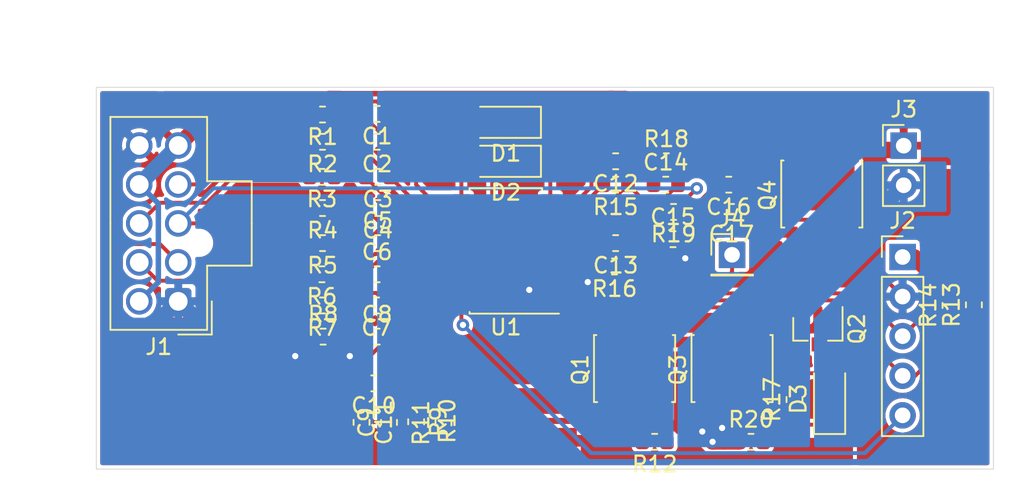
<source format=kicad_pcb>
(kicad_pcb (version 20190331) (host pcbnew "5.1.0-unknown-ca7aec2~82~ubuntu18.04.1")
  (layers (0 "F.Cu" signal) (31 "B.Cu" signal) (34 "B.Paste" user) (35 "F.Paste" user) (36 "B.SilkS" user) (37 "F.SilkS" user) (38 "B.Mask" user) (39 "F.Mask" user) (44 "Edge.Cuts" user))
  (net 0 "")
  (net 1 "Net-(C1-Pad2)")
  (net 2 "Net-(C1-Pad1)")
  (net 3 "Net-(C2-Pad2)")
  (net 4 "Net-(C3-Pad2)")
  (net 5 "Net-(C4-Pad2)")
  (net 6 "Net-(C5-Pad2)")
  (net 7 "/VC5")
  (net 8 "Net-(C6-Pad2)")
  (net 9 "/Batt_GND")
  (net 10 "Net-(C8-Pad2)")
  (net 11 "Net-(C10-Pad1)")
  (net 12 "Net-(C10-Pad2)")
  (net 13 "Net-(C12-Pad2)")
  (net 14 "/VC5x")
  (net 15 "Net-(C13-Pad2)")
  (net 16 "/low_GND")
  (net 17 "/Top_Batt")
  (net 18 "/REGSRC")
  (net 19 "/REGOUT")
  (net 20 "Net-(D3-Pad2)")
  (net 21 "Net-(D3-Pad1)")
  (net 22 "/P4")
  (net 23 "/P2")
  (net 24 "/P5")
  (net 25 "/P1")
  (net 26 "/alert")
  (net 27 "/batt_monitor_SCL")
  (net 28 "/batt_monitor_SDA")
  (net 29 "/external_3v3")
  (net 30 "/Pack-")
  (net 31 "Net-(Q1-Pad4)")
  (net 32 "Net-(Q1-Pad5)")
  (net 33 "Net-(Q1-Pad1)")
  (net 34 "Net-(Q2-Pad2)")
  (net 35 "Net-(R15-Pad2)")
  (net 36 "Net-(R16-Pad2)")
  (net 37 "/Pack+")
  (net 38 "/A")
  (module "batteryMonitor:LONG_2512" (layer "F.Cu") (at 117.75 91.65828 270)
    (fp_text reference "R10" (at 0 5 90) (layer "F.SilkS"))
    (fp_text value "0.009")
    (pad "2" smd rect (at -1.275 0.1 270) (size 1.65 6.6) (layers "F.Cu" "F.Paste" "F.Mask") (net 33 "Net-(Q1-Pad1)"))
    (pad "1" smd rect (at 1.275 0 270) (size 1.65 6.6) (layers "F.Cu" "F.Paste" "F.Mask") (net 9 "/Batt_GND"))
  )
  (module "Package_SO:TSSOP-30_4.4x7.8mm_P0.5mm" (layer "F.Cu") (at 116.5 80.75 180)
    (fp_text reference "U1" (at 0 -4.9) (layer "F.SilkS"))
    (fp_text value "BQ76930")
    (pad "30" smd rect (at 2.85 -3.5 180) (size 1.1 0.285) (layers "F.Cu" "F.Paste" "F.Mask") (net 26 "/alert"))
    (pad "29" smd rect (at 2.85 -3 180) (size 1.1 0.285) (layers "F.Cu" "F.Paste" "F.Mask") (net 12 "Net-(C10-Pad2)"))
    (pad "28" smd rect (at 2.85 -2.5 180) (size 1.1 0.285) (layers "F.Cu" "F.Paste" "F.Mask") (net 11 "Net-(C10-Pad1)"))
    (pad "27" smd rect (at 2.85 -2 180) (size 1.1 0.285) (layers "F.Cu" "F.Paste" "F.Mask") (net 10 "Net-(C8-Pad2)"))
    (pad "26" smd rect (at 2.85 -1.5 180) (size 1.1 0.285) (layers "F.Cu" "F.Paste" "F.Mask") (net 8 "Net-(C6-Pad2)"))
    (pad "25" smd rect (at 2.85 -1 180) (size 1.1 0.285) (layers "F.Cu" "F.Paste" "F.Mask") (net 6 "Net-(C5-Pad2)"))
    (pad "24" smd rect (at 2.85 -0.5 180) (size 1.1 0.285) (layers "F.Cu" "F.Paste" "F.Mask") (net 6 "Net-(C5-Pad2)"))
    (pad "23" smd rect (at 2.85 0 180) (size 1.1 0.285) (layers "F.Cu" "F.Paste" "F.Mask") (net 6 "Net-(C5-Pad2)"))
    (pad "22" smd rect (at 2.85 0.5 180) (size 1.1 0.285) (layers "F.Cu" "F.Paste" "F.Mask") (net 7 "/VC5"))
    (pad "21" smd rect (at 2.85 1 180) (size 1.1 0.285) (layers "F.Cu" "F.Paste" "F.Mask") (net 5 "Net-(C4-Pad2)"))
    (pad "20" smd rect (at 2.85 1.5 180) (size 1.1 0.285) (layers "F.Cu" "F.Paste" "F.Mask") (net 4 "Net-(C3-Pad2)"))
    (pad "19" smd rect (at 2.85 2 180) (size 1.1 0.285) (layers "F.Cu" "F.Paste" "F.Mask") (net 3 "Net-(C2-Pad2)"))
    (pad "18" smd rect (at 2.85 2.5 180) (size 1.1 0.285) (layers "F.Cu" "F.Paste" "F.Mask") (net 3 "Net-(C2-Pad2)"))
    (pad "17" smd rect (at 2.85 3 180) (size 1.1 0.285) (layers "F.Cu" "F.Paste" "F.Mask") (net 3 "Net-(C2-Pad2)"))
    (pad "16" smd rect (at 2.85 3.5 180) (size 1.1 0.285) (layers "F.Cu" "F.Paste" "F.Mask") (net 2 "Net-(C1-Pad1)"))
    (pad "15" smd rect (at -2.85 3.5 180) (size 1.1 0.285) (layers "F.Cu" "F.Paste" "F.Mask") (net 17 "/Top_Batt"))
    (pad "14" smd rect (at -2.85 3 180) (size 1.1 0.285) (layers "F.Cu" "F.Paste" "F.Mask") (net 13 "Net-(C12-Pad2)"))
    (pad "13" smd rect (at -2.85 2.5 180) (size 1.1 0.285) (layers "F.Cu" "F.Paste" "F.Mask") (net 35 "Net-(R15-Pad2)"))
    (pad "12" smd rect (at -2.85 2 180) (size 1.1 0.285) (layers "F.Cu" "F.Paste" "F.Mask") (net 13 "Net-(C12-Pad2)"))
    (pad "11" smd rect (at -2.85 1.5 180) (size 1.1 0.285) (layers "F.Cu" "F.Paste" "F.Mask") (net 13 "Net-(C12-Pad2)"))
    (pad "10" smd rect (at -2.85 1 180) (size 1.1 0.285) (layers "F.Cu" "F.Paste" "F.Mask") (net 14 "/VC5x"))
    (pad "9" smd rect (at -2.85 0.5 180) (size 1.1 0.285) (layers "F.Cu" "F.Paste" "F.Mask") (net 18 "/REGSRC"))
    (pad "8" smd rect (at -2.85 0 180) (size 1.1 0.285) (layers "F.Cu" "F.Paste" "F.Mask") (net 19 "/REGOUT"))
    (pad "7" smd rect (at -2.85 -0.5 180) (size 1.1 0.285) (layers "F.Cu" "F.Paste" "F.Mask") (net 15 "Net-(C13-Pad2)"))
    (pad "6" smd rect (at -2.85 -1 180) (size 1.1 0.285) (layers "F.Cu" "F.Paste" "F.Mask") (net 36 "Net-(R16-Pad2)"))
    (pad "5" smd rect (at -2.85 -1.5 180) (size 1.1 0.285) (layers "F.Cu" "F.Paste" "F.Mask") (net 27 "/batt_monitor_SCL"))
    (pad "4" smd rect (at -2.85 -2 180) (size 1.1 0.285) (layers "F.Cu" "F.Paste" "F.Mask") (net 28 "/batt_monitor_SDA"))
    (pad "3" smd rect (at -2.85 -2.5 180) (size 1.1 0.285) (layers "F.Cu" "F.Paste" "F.Mask") (net 16 "/low_GND"))
    (pad "2" smd rect (at -2.85 -3 180) (size 1.1 0.285) (layers "F.Cu" "F.Paste" "F.Mask") (net 34 "Net-(Q2-Pad2)"))
    (pad "1" smd rect (at -2.85 -3.5 180) (size 1.1 0.285) (layers "F.Cu" "F.Paste" "F.Mask") (net 31 "Net-(Q1-Pad4)"))
  )
  (module "Resistor_SMD:R_0603_1608Metric" (layer "F.Cu") (at 132.2125 93)
    (fp_text reference "R20" (at 0 -1.43) (layer "F.SilkS"))
    (fp_text value "1M")
    (pad "2" smd roundrect (at 0.7875 0) (size 0.875 0.95) (layers "F.Cu" "F.Paste" "F.Mask") (net 21 "Net-(D3-Pad1)"))
    (pad "1" smd roundrect (at -0.7875 0) (size 0.875 0.95) (layers "F.Cu" "F.Paste" "F.Mask") (net 30 "/Pack-"))
  )
  (module "Resistor_SMD:R_0603_1608Metric" (layer "F.Cu") (at 127.25 78.25 180)
    (fp_text reference "R19" (at 0 -1.43) (layer "F.SilkS"))
    (fp_text value "100")
    (pad "2" smd roundrect (at 0.7875 0 180) (size 0.875 0.95) (layers "F.Cu" "F.Paste" "F.Mask") (net 14 "/VC5x"))
    (pad "1" smd roundrect (at -0.7875 0 180) (size 0.875 0.95) (layers "F.Cu" "F.Paste" "F.Mask") (net 38 "/A"))
  )
  (module "Resistor_SMD:R_0603_1608Metric" (layer "F.Cu") (at 126.7875 75)
    (fp_text reference "R18" (at 0 -1.43) (layer "F.SilkS"))
    (fp_text value "100")
    (pad "2" smd roundrect (at 0.7875 0) (size 0.875 0.95) (layers "F.Cu" "F.Paste" "F.Mask") (net 37 "/Pack+"))
    (pad "1" smd roundrect (at -0.7875 0) (size 0.875 0.95) (layers "F.Cu" "F.Paste" "F.Mask") (net 17 "/Top_Batt"))
  )
  (module "Resistor_SMD:R_0603_1608Metric" (layer "F.Cu") (at 135 90.2875 90)
    (fp_text reference "R17" (at 0 -1.43 90) (layer "F.SilkS"))
    (fp_text value "1M")
    (pad "2" smd roundrect (at 0.7875 0 90) (size 0.875 0.95) (layers "F.Cu" "F.Paste" "F.Mask") (net 20 "Net-(D3-Pad2)"))
    (pad "1" smd roundrect (at -0.7875 0 90) (size 0.875 0.95) (layers "F.Cu" "F.Paste" "F.Mask") (net 21 "Net-(D3-Pad1)"))
  )
  (module "Resistor_SMD:R_0603_1608Metric" (layer "F.Cu") (at 123.4625 81.75 180)
    (fp_text reference "R16" (at 0 -1.43) (layer "F.SilkS"))
    (fp_text value "10k")
    (pad "2" smd roundrect (at 0.7875 0 180) (size 0.875 0.95) (layers "F.Cu" "F.Paste" "F.Mask") (net 36 "Net-(R16-Pad2)"))
    (pad "1" smd roundrect (at -0.7875 0 180) (size 0.875 0.95) (layers "F.Cu" "F.Paste" "F.Mask") (net 16 "/low_GND"))
  )
  (module "Resistor_SMD:R_0603_1608Metric" (layer "F.Cu") (at 123.5375 76.5 180)
    (fp_text reference "R15" (at 0 -1.43) (layer "F.SilkS"))
    (fp_text value "10k")
    (pad "2" smd roundrect (at 0.7875 0 180) (size 0.875 0.95) (layers "F.Cu" "F.Paste" "F.Mask") (net 35 "Net-(R15-Pad2)"))
    (pad "1" smd roundrect (at -0.7875 0 180) (size 0.875 0.95) (layers "F.Cu" "F.Paste" "F.Mask") (net 14 "/VC5x"))
  )
  (module "Resistor_SMD:R_0603_1608Metric" (layer "F.Cu") (at 145 84.25 90)
    (fp_text reference "R14" (at 0 -1.43 90) (layer "F.SilkS"))
    (fp_text value "1k")
    (pad "1" smd roundrect (at -0.7875 0 90) (size 0.875 0.95) (layers "F.Cu" "F.Paste" "F.Mask") (net 27 "/batt_monitor_SCL"))
    (pad "2" smd roundrect (at 0.7875 0 90) (size 0.875 0.95) (layers "F.Cu" "F.Paste" "F.Mask") (net 29 "/external_3v3"))
  )
  (module "Resistor_SMD:R_0603_1608Metric" (layer "F.Cu") (at 146.5 84.2125 90)
    (fp_text reference "R13" (at 0 -1.43 90) (layer "F.SilkS"))
    (fp_text value "1k")
    (pad "1" smd roundrect (at -0.7875 0 90) (size 0.875 0.95) (layers "F.Cu" "F.Paste" "F.Mask") (net 28 "/batt_monitor_SDA"))
    (pad "2" smd roundrect (at 0.7875 0 90) (size 0.875 0.95) (layers "F.Cu" "F.Paste" "F.Mask") (net 29 "/external_3v3"))
  )
  (module "Resistor_SMD:R_0603_1608Metric" (layer "F.Cu") (at 126.0375 93 180)
    (fp_text reference "R12" (at 0 -1.43) (layer "F.SilkS"))
    (fp_text value "1M")
    (pad "2" smd roundrect (at 0.7875 0 180) (size 0.875 0.95) (layers "F.Cu" "F.Paste" "F.Mask") (net 33 "Net-(Q1-Pad1)"))
    (pad "1" smd roundrect (at -0.7875 0 180) (size 0.875 0.95) (layers "F.Cu" "F.Paste" "F.Mask") (net 31 "Net-(Q1-Pad4)"))
  )
  (module "Resistor_SMD:R_0603_1608Metric" (layer "F.Cu") (at 112.5 91.7875 90)
    (fp_text reference "R11" (at 0 -1.43 90) (layer "F.SilkS"))
    (fp_text value "100")
    (pad "2" smd roundrect (at 0.7875 0 90) (size 0.875 0.95) (layers "F.Cu" "F.Paste" "F.Mask") (net 33 "Net-(Q1-Pad1)"))
    (pad "1" smd roundrect (at -0.7875 0 90) (size 0.875 0.95) (layers "F.Cu" "F.Paste" "F.Mask") (net 12 "Net-(C10-Pad2)"))
  )
  (module "Resistor_SMD:R_0603_1608Metric" (layer "F.Cu") (at 110.75 91.7125 270)
    (fp_text reference "R9" (at 0 -1.43 90) (layer "F.SilkS"))
    (fp_text value "100")
    (pad "2" smd roundrect (at 0.7875 0 270) (size 0.875 0.95) (layers "F.Cu" "F.Paste" "F.Mask") (net 9 "/Batt_GND"))
    (pad "1" smd roundrect (at -0.7875 0 270) (size 0.875 0.95) (layers "F.Cu" "F.Paste" "F.Mask") (net 11 "Net-(C10-Pad1)"))
  )
  (module "Resistor_SMD:R_0603_1608Metric" (layer "F.Cu") (at 104.7875 86.25)
    (fp_text reference "R8" (at 0 -1.43) (layer "F.SilkS"))
    (fp_text value "1k")
    (pad "1" smd roundrect (at -0.7875 0) (size 0.875 0.95) (layers "F.Cu" "F.Paste" "F.Mask") (net 10 "Net-(C8-Pad2)"))
    (pad "2" smd roundrect (at 0.7875 0) (size 0.875 0.95) (layers "F.Cu" "F.Paste" "F.Mask") (net 9 "/Batt_GND"))
  )
  (module "Resistor_SMD:R_0603_1608Metric" (layer "F.Cu") (at 104.75 84.25 180)
    (fp_text reference "R7" (at 0 -1.43) (layer "F.SilkS"))
    (fp_text value "1k")
    (pad "1" smd roundrect (at -0.7875 0 180) (size 0.875 0.95) (layers "F.Cu" "F.Paste" "F.Mask") (net 8 "Net-(C6-Pad2)"))
    (pad "2" smd roundrect (at 0.7875 0 180) (size 0.875 0.95) (layers "F.Cu" "F.Paste" "F.Mask") (net 25 "/P1"))
  )
  (module "Resistor_SMD:R_0603_1608Metric" (layer "F.Cu") (at 104.7125 82.25 180)
    (fp_text reference "R6" (at 0 -1.43) (layer "F.SilkS"))
    (fp_text value "1k")
    (pad "1" smd roundrect (at -0.7875 0 180) (size 0.875 0.95) (layers "F.Cu" "F.Paste" "F.Mask") (net 6 "Net-(C5-Pad2)"))
    (pad "2" smd roundrect (at 0.7875 0 180) (size 0.875 0.95) (layers "F.Cu" "F.Paste" "F.Mask") (net 23 "/P2"))
  )
  (module "Resistor_SMD:R_0603_1608Metric" (layer "F.Cu") (at 104.75 80.25 180)
    (fp_text reference "R5" (at 0 -1.43) (layer "F.SilkS"))
    (fp_text value "1k")
    (pad "1" smd roundrect (at -0.7875 0 180) (size 0.875 0.95) (layers "F.Cu" "F.Paste" "F.Mask") (net 7 "/VC5"))
    (pad "2" smd roundrect (at 0.7875 0 180) (size 0.875 0.95) (layers "F.Cu" "F.Paste" "F.Mask") (net 38 "/A"))
  )
  (module "Resistor_SMD:R_0603_1608Metric" (layer "F.Cu") (at 104.75 78 180)
    (fp_text reference "R4" (at 0 -1.43) (layer "F.SilkS"))
    (fp_text value "1k")
    (pad "1" smd roundrect (at -0.7875 0 180) (size 0.875 0.95) (layers "F.Cu" "F.Paste" "F.Mask") (net 5 "Net-(C4-Pad2)"))
    (pad "2" smd roundrect (at 0.7875 0 180) (size 0.875 0.95) (layers "F.Cu" "F.Paste" "F.Mask") (net 38 "/A"))
  )
  (module "Resistor_SMD:R_0603_1608Metric" (layer "F.Cu") (at 104.7125 76 180)
    (fp_text reference "R3" (at 0 -1.43) (layer "F.SilkS"))
    (fp_text value "1k")
    (pad "1" smd roundrect (at -0.7875 0 180) (size 0.875 0.95) (layers "F.Cu" "F.Paste" "F.Mask") (net 4 "Net-(C3-Pad2)"))
    (pad "2" smd roundrect (at 0.7875 0 180) (size 0.875 0.95) (layers "F.Cu" "F.Paste" "F.Mask") (net 22 "/P4"))
  )
  (module "Resistor_SMD:R_0603_1608Metric" (layer "F.Cu") (at 104.75 73.75 180)
    (fp_text reference "R2" (at 0 -1.43) (layer "F.SilkS"))
    (fp_text value "1k")
    (pad "1" smd roundrect (at -0.7875 0 180) (size 0.875 0.95) (layers "F.Cu" "F.Paste" "F.Mask") (net 3 "Net-(C2-Pad2)"))
    (pad "2" smd roundrect (at 0.7875 0 180) (size 0.875 0.95) (layers "F.Cu" "F.Paste" "F.Mask") (net 24 "/P5"))
  )
  (module "Resistor_SMD:R_0603_1608Metric" (layer "F.Cu") (at 104.75 72 180)
    (fp_text reference "R1" (at 0 -1.43) (layer "F.SilkS"))
    (fp_text value "1k")
    (pad "1" smd roundrect (at -0.7875 0 180) (size 0.875 0.95) (layers "F.Cu" "F.Paste" "F.Mask") (net 2 "Net-(C1-Pad1)"))
    (pad "2" smd roundrect (at 0.7875 0 180) (size 0.875 0.95) (layers "F.Cu" "F.Paste" "F.Mask") (net 37 "/Pack+"))
  )
  (module "Package_TO_SOT_SMD:LFPAK56" (layer "F.Cu") (at 136.75 76.935 90)
    (fp_text reference "Q4" (at -0.245 -3.48 90) (layer "F.SilkS"))
    (fp_text value "PSMN5R8-40YS")
    (pad "4" smd rect (at -2.835 1.91) (size 0.7 1.15) (layers "F.Cu" "F.Paste" "F.Mask") (net 14 "/VC5x"))
    (pad "5" smd rect (at 0.435 0) (size 4.2 3.3) (layers "F.Cu" "F.Mask") (net 37 "/Pack+"))
    (pad "5" smd rect (at 2.635 0) (size 4.7 1.55) (layers "F.Cu" "F.Mask") (net 37 "/Pack+"))
    (pad "3" smd rect (at -2.835 0.64) (size 0.7 1.15) (layers "F.Cu" "F.Paste" "F.Mask") (net 18 "/REGSRC"))
    (pad "1" smd rect (at -2.835 -1.91) (size 0.7 1.15) (layers "F.Cu" "F.Paste" "F.Mask") (net 18 "/REGSRC"))
    (pad "2" smd rect (at -2.835 -0.64) (size 0.7 1.15) (layers "F.Cu" "F.Paste" "F.Mask") (net 18 "/REGSRC"))
  )
  (module "Package_TO_SOT_SMD:LFPAK56" (layer "F.Cu") (at 131 88.135 90)
    (fp_text reference "Q3" (at -0.245 -3.48 90) (layer "F.SilkS"))
    (fp_text value "PSMN5R8-40YS")
    (pad "4" smd rect (at -2.835 1.91) (size 0.7 1.15) (layers "F.Cu" "F.Paste" "F.Mask") (net 21 "Net-(D3-Pad1)"))
    (pad "5" smd rect (at 0.435 0) (size 4.2 3.3) (layers "F.Cu" "F.Mask") (net 32 "Net-(Q1-Pad5)"))
    (pad "5" smd rect (at 2.635 0) (size 4.7 1.55) (layers "F.Cu" "F.Mask") (net 32 "Net-(Q1-Pad5)"))
    (pad "3" smd rect (at -2.835 0.64) (size 0.7 1.15) (layers "F.Cu" "F.Paste" "F.Mask") (net 30 "/Pack-"))
    (pad "1" smd rect (at -2.835 -1.91) (size 0.7 1.15) (layers "F.Cu" "F.Paste" "F.Mask") (net 30 "/Pack-"))
    (pad "2" smd rect (at -2.835 -0.64) (size 0.7 1.15) (layers "F.Cu" "F.Paste" "F.Mask") (net 30 "/Pack-"))
  )
  (module "Package_TO_SOT_SMD:SOT-23" (layer "F.Cu") (at 136.5 85.75 270)
    (fp_text reference "Q2" (at 0 -2.5 90) (layer "F.SilkS"))
    (fp_text value "IRLML6402")
    (pad "3" smd rect (at 1 0 270) (size 0.9 0.8) (layers "F.Cu" "F.Paste" "F.Mask") (net 20 "Net-(D3-Pad2)"))
    (pad "2" smd rect (at -1 0.95 270) (size 0.9 0.8) (layers "F.Cu" "F.Paste" "F.Mask") (net 34 "Net-(Q2-Pad2)"))
    (pad "1" smd rect (at -1 -0.95 270) (size 0.9 0.8) (layers "F.Cu" "F.Paste" "F.Mask") (net 9 "/Batt_GND"))
  )
  (module "Package_TO_SOT_SMD:LFPAK56" (layer "F.Cu") (at 124.75 88.135 90)
    (fp_text reference "Q1" (at -0.245 -3.48 90) (layer "F.SilkS"))
    (fp_text value "PSMN5R8-40YS")
    (pad "4" smd rect (at -2.835 1.91) (size 0.7 1.15) (layers "F.Cu" "F.Paste" "F.Mask") (net 31 "Net-(Q1-Pad4)"))
    (pad "5" smd rect (at 0.435 0) (size 4.2 3.3) (layers "F.Cu" "F.Mask") (net 32 "Net-(Q1-Pad5)"))
    (pad "5" smd rect (at 2.635 0) (size 4.7 1.55) (layers "F.Cu" "F.Mask") (net 32 "Net-(Q1-Pad5)"))
    (pad "3" smd rect (at -2.835 0.64) (size 0.7 1.15) (layers "F.Cu" "F.Paste" "F.Mask") (net 33 "Net-(Q1-Pad1)"))
    (pad "1" smd rect (at -2.835 -1.91) (size 0.7 1.15) (layers "F.Cu" "F.Paste" "F.Mask") (net 33 "Net-(Q1-Pad1)"))
    (pad "2" smd rect (at -2.835 -0.64) (size 0.7 1.15) (layers "F.Cu" "F.Paste" "F.Mask") (net 33 "Net-(Q1-Pad1)"))
  )
  (module "Connector_PinHeader_2.54mm:PinHeader_1x01_P2.54mm_Vertical" (layer "F.Cu") (at 131 81)
    (fp_text reference "J4" (at 0 -2.33) (layer "F.SilkS"))
    (fp_text value "Conn_01x01_Female")
    (pad "1" thru_hole rect (at 0 0) (size 1.7 1.7) (drill 1) (layers *.Cu *.Mask) (net 19 "/REGOUT"))
  )
  (module "Connector_PinHeader_2.54mm:PinHeader_1x02_P2.54mm_Vertical" (layer "F.Cu") (at 142 74)
    (fp_text reference "J3" (at 0 -2.33) (layer "F.SilkS"))
    (fp_text value "Conn_01x02_Female")
    (pad "1" thru_hole rect (at 0 0) (size 1.7 1.7) (drill 1) (layers *.Cu *.Mask) (net 37 "/Pack+"))
    (pad "2" thru_hole oval (at 0 2.54) (size 1.7 1.7) (drill 1) (layers *.Cu *.Mask) (net 30 "/Pack-"))
  )
  (module "Connector_PinHeader_2.54mm:PinHeader_1x05_P2.54mm_Vertical" (layer "F.Cu") (at 141.93108 81.14188)
    (fp_text reference "J2" (at 0 -2.33) (layer "F.SilkS"))
    (fp_text value "Conn_01x05_Male")
    (pad "1" thru_hole rect (at 0 0) (size 1.7 1.7) (drill 1) (layers *.Cu *.Mask) (net 29 "/external_3v3"))
    (pad "2" thru_hole oval (at 0 2.54) (size 1.7 1.7) (drill 1) (layers *.Cu *.Mask) (net 16 "/low_GND"))
    (pad "3" thru_hole oval (at 0 5.08) (size 1.7 1.7) (drill 1) (layers *.Cu *.Mask) (net 27 "/batt_monitor_SCL"))
    (pad "4" thru_hole oval (at 0 7.62) (size 1.7 1.7) (drill 1) (layers *.Cu *.Mask) (net 28 "/batt_monitor_SDA"))
    (pad "5" thru_hole oval (at 0 10.16) (size 1.7 1.7) (drill 1) (layers *.Cu *.Mask) (net 26 "/alert"))
  )
  (module "Connector_Molex:Molex_Nano-Fit_105310-xx10_2x05_P2.50mm_Vertical" (layer "F.Cu") (at 95.50192 83.9858 180)
    (fp_text reference "J1" (at 1.25 -2.92) (layer "F.SilkS"))
    (fp_text value "Battery Input Connector")
    (pad "1" thru_hole roundrect (at 0 0 180) (size 1.7 1.7) (drill 1.2) (layers *.Cu *.Mask) (roundrect_rratio 0.147059) (net 9 "/Batt_GND"))
    (pad "2" thru_hole circle (at 0 2.5 180) (size 1.7 1.7) (drill 1.2) (layers *.Cu *.Mask) (net 25 "/P1"))
    (pad "3" thru_hole circle (at 0 5 180) (size 1.7 1.7) (drill 1.2) (layers *.Cu *.Mask) (net 38 "/A"))
    (pad "4" thru_hole circle (at 0 7.5 180) (size 1.7 1.7) (drill 1.2) (layers *.Cu *.Mask) (net 24 "/P5"))
    (pad "5" thru_hole circle (at 0 10 180) (size 1.7 1.7) (drill 1.2) (layers *.Cu *.Mask) (net 37 "/Pack+"))
    (pad "6" thru_hole circle (at 2.5 0 180) (size 1.7 1.7) (drill 1.2) (layers *.Cu *.Mask) (net 37 "/Pack+"))
    (pad "7" thru_hole circle (at 2.5 2.5 180) (size 1.7 1.7) (drill 1.2) (layers *.Cu *.Mask) (net 23 "/P2"))
    (pad "8" thru_hole circle (at 2.5 5 180) (size 1.7 1.7) (drill 1.2) (layers *.Cu *.Mask) (net 22 "/P4"))
    (pad "9" thru_hole circle (at 2.5 7.5 180) (size 1.7 1.7) (drill 1.2) (layers *.Cu *.Mask) (net 37 "/Pack+"))
    (pad "10" thru_hole circle (at 2.5 10 180) (size 1.7 1.7) (drill 1.2) (layers *.Cu *.Mask) (net 9 "/Batt_GND"))
    (pad "" np_thru_hole circle (at -1.34 3.75 180) (size 1.3 1.3) (drill 1.3) (layers *.Cu *.Mask))
  )
  (module "Diode_SMD:D_SOD-123" (layer "F.Cu") (at 137.25 90.25 90)
    (fp_text reference "D3" (at 0 -2 90) (layer "F.SilkS"))
    (fp_text value "MMSD914")
    (pad "2" smd rect (at 1.65 0 90) (size 0.9 1.2) (layers "F.Cu" "F.Paste" "F.Mask") (net 20 "Net-(D3-Pad2)"))
    (pad "1" smd rect (at -1.65 0 90) (size 0.9 1.2) (layers "F.Cu" "F.Paste" "F.Mask") (net 21 "Net-(D3-Pad1)"))
  )
  (module "Diode_SMD:D_SOD-123" (layer "F.Cu") (at 116.5 75 180)
    (fp_text reference "D2" (at 0 -2) (layer "F.SilkS"))
    (fp_text value "MMSD914")
    (pad "2" smd rect (at 1.65 0 180) (size 0.9 1.2) (layers "F.Cu" "F.Paste" "F.Mask") (net 2 "Net-(C1-Pad1)"))
    (pad "1" smd rect (at -1.65 0 180) (size 0.9 1.2) (layers "F.Cu" "F.Paste" "F.Mask") (net 17 "/Top_Batt"))
  )
  (module "Diode_SMD:D_SOD-123" (layer "F.Cu") (at 116.5 72.5 180)
    (fp_text reference "D1" (at 0 -2) (layer "F.SilkS"))
    (fp_text value "MMSD914")
    (pad "2" smd rect (at 1.65 0 180) (size 0.9 1.2) (layers "F.Cu" "F.Paste" "F.Mask") (net 7 "/VC5"))
    (pad "1" smd rect (at -1.65 0 180) (size 0.9 1.2) (layers "F.Cu" "F.Paste" "F.Mask") (net 14 "/VC5x"))
  )
  (module "Capacitor_SMD:C_0603_1608Metric" (layer "F.Cu") (at 130.9625 78.25 180)
    (fp_text reference "C17" (at 0 -1.43) (layer "F.SilkS"))
    (fp_text value "4.7uF")
    (pad "2" smd roundrect (at 0.7875 0 180) (size 0.875 0.95) (layers "F.Cu" "F.Paste" "F.Mask") (net 19 "/REGOUT"))
    (pad "1" smd roundrect (at -0.7875 0 180) (size 0.875 0.95) (layers "F.Cu" "F.Paste" "F.Mask") (net 16 "/low_GND"))
  )
  (module "Capacitor_SMD:C_0603_1608Metric" (layer "F.Cu") (at 130.7875 76.5 180)
    (fp_text reference "C16" (at 0 -1.43) (layer "F.SilkS"))
    (fp_text value "1uF")
    (pad "2" smd roundrect (at 0.7875 0 180) (size 0.875 0.95) (layers "F.Cu" "F.Paste" "F.Mask") (net 18 "/REGSRC"))
    (pad "1" smd roundrect (at -0.7875 0 180) (size 0.875 0.95) (layers "F.Cu" "F.Paste" "F.Mask") (net 16 "/low_GND"))
  )
  (module "Capacitor_SMD:C_0603_1608Metric" (layer "F.Cu") (at 127.2125 80)
    (fp_text reference "C15" (at 0 -1.43) (layer "F.SilkS"))
    (fp_text value "10uF")
    (pad "2" smd roundrect (at 0.7875 0) (size 0.875 0.95) (layers "F.Cu" "F.Paste" "F.Mask") (net 16 "/low_GND"))
    (pad "1" smd roundrect (at -0.7875 0) (size 0.875 0.95) (layers "F.Cu" "F.Paste" "F.Mask") (net 14 "/VC5x"))
  )
  (module "Capacitor_SMD:C_0603_1608Metric" (layer "F.Cu") (at 126.75 76.5)
    (fp_text reference "C14" (at 0 -1.43) (layer "F.SilkS"))
    (fp_text value "10uF")
    (pad "2" smd roundrect (at 0.7875 0) (size 0.875 0.95) (layers "F.Cu" "F.Paste" "F.Mask") (net 14 "/VC5x"))
    (pad "1" smd roundrect (at -0.7875 0) (size 0.875 0.95) (layers "F.Cu" "F.Paste" "F.Mask") (net 17 "/Top_Batt"))
  )
  (module "Capacitor_SMD:C_0603_1608Metric" (layer "F.Cu") (at 123.5375 80.25 180)
    (fp_text reference "C13" (at 0 -1.43) (layer "F.SilkS"))
    (fp_text value "1uF")
    (pad "2" smd roundrect (at 0.7875 0 180) (size 0.875 0.95) (layers "F.Cu" "F.Paste" "F.Mask") (net 15 "Net-(C13-Pad2)"))
    (pad "1" smd roundrect (at -0.7875 0 180) (size 0.875 0.95) (layers "F.Cu" "F.Paste" "F.Mask") (net 16 "/low_GND"))
  )
  (module "Capacitor_SMD:C_0603_1608Metric" (layer "F.Cu") (at 123.5375 75 180)
    (fp_text reference "C12" (at 0 -1.43) (layer "F.SilkS"))
    (fp_text value "1uF")
    (pad "2" smd roundrect (at 0.7875 0 180) (size 0.875 0.95) (layers "F.Cu" "F.Paste" "F.Mask") (net 13 "Net-(C12-Pad2)"))
    (pad "1" smd roundrect (at -0.7875 0 180) (size 0.875 0.95) (layers "F.Cu" "F.Paste" "F.Mask") (net 14 "/VC5x"))
  )
  (module "Capacitor_SMD:C_0603_1608Metric" (layer "F.Cu") (at 107.25 91.75 270)
    (fp_text reference "C11" (at 0 -1.43 90) (layer "F.SilkS"))
    (fp_text value "0.1Uf")
    (pad "2" smd roundrect (at 0.7875 0 270) (size 0.875 0.95) (layers "F.Cu" "F.Paste" "F.Mask") (net 9 "/Batt_GND"))
    (pad "1" smd roundrect (at -0.7875 0 270) (size 0.875 0.95) (layers "F.Cu" "F.Paste" "F.Mask") (net 12 "Net-(C10-Pad2)"))
  )
  (module "Capacitor_SMD:C_0603_1608Metric" (layer "F.Cu") (at 108.0375 89.25 180)
    (fp_text reference "C10" (at 0 -1.43) (layer "F.SilkS"))
    (fp_text value "0.1Uf")
    (pad "1" smd roundrect (at -0.7875 0 180) (size 0.875 0.95) (layers "F.Cu" "F.Paste" "F.Mask") (net 11 "Net-(C10-Pad1)"))
    (pad "2" smd roundrect (at 0.7875 0 180) (size 0.875 0.95) (layers "F.Cu" "F.Paste" "F.Mask") (net 12 "Net-(C10-Pad2)"))
  )
  (module "Capacitor_SMD:C_0603_1608Metric" (layer "F.Cu") (at 109.01078 91.75476 90)
    (fp_text reference "C9" (at 0 -1.43 90) (layer "F.SilkS"))
    (fp_text value "0.1Uf")
    (pad "2" smd roundrect (at 0.7875 0 90) (size 0.875 0.95) (layers "F.Cu" "F.Paste" "F.Mask") (net 11 "Net-(C10-Pad1)"))
    (pad "1" smd roundrect (at -0.7875 0 90) (size 0.875 0.95) (layers "F.Cu" "F.Paste" "F.Mask") (net 9 "/Batt_GND"))
  )
  (module "Capacitor_SMD:C_0603_1608Metric" (layer "F.Cu") (at 108.25 86.25)
    (fp_text reference "C8" (at 0 -1.43) (layer "F.SilkS"))
    (fp_text value "1uF")
    (pad "1" smd roundrect (at -0.7875 0) (size 0.875 0.95) (layers "F.Cu" "F.Paste" "F.Mask") (net 9 "/Batt_GND"))
    (pad "2" smd roundrect (at 0.7875 0) (size 0.875 0.95) (layers "F.Cu" "F.Paste" "F.Mask") (net 10 "Net-(C8-Pad2)"))
  )
  (module "Capacitor_SMD:C_0603_1608Metric" (layer "F.Cu") (at 108.2125 84.25 180)
    (fp_text reference "C7" (at 0 -1.43) (layer "F.SilkS"))
    (fp_text value "1uF")
    (pad "1" smd roundrect (at -0.7875 0 180) (size 0.875 0.95) (layers "F.Cu" "F.Paste" "F.Mask") (net 8 "Net-(C6-Pad2)"))
    (pad "2" smd roundrect (at 0.7875 0 180) (size 0.875 0.95) (layers "F.Cu" "F.Paste" "F.Mask") (net 9 "/Batt_GND"))
  )
  (module "Capacitor_SMD:C_0603_1608Metric" (layer "F.Cu") (at 108.25 82.25)
    (fp_text reference "C6" (at 0 -1.43) (layer "F.SilkS"))
    (fp_text value "1uF")
    (pad "1" smd roundrect (at -0.7875 0) (size 0.875 0.95) (layers "F.Cu" "F.Paste" "F.Mask") (net 6 "Net-(C5-Pad2)"))
    (pad "2" smd roundrect (at 0.7875 0) (size 0.875 0.95) (layers "F.Cu" "F.Paste" "F.Mask") (net 8 "Net-(C6-Pad2)"))
  )
  (module "Capacitor_SMD:C_0603_1608Metric" (layer "F.Cu") (at 108.2875 80.25)
    (fp_text reference "C5" (at 0 -1.43) (layer "F.SilkS"))
    (fp_text value "1uF")
    (pad "1" smd roundrect (at -0.7875 0) (size 0.875 0.95) (layers "F.Cu" "F.Paste" "F.Mask") (net 7 "/VC5"))
    (pad "2" smd roundrect (at 0.7875 0) (size 0.875 0.95) (layers "F.Cu" "F.Paste" "F.Mask") (net 6 "Net-(C5-Pad2)"))
  )
  (module "Capacitor_SMD:C_0603_1608Metric" (layer "F.Cu") (at 108.2875 78 180)
    (fp_text reference "C4" (at 0 -1.43) (layer "F.SilkS"))
    (fp_text value "1uF")
    (pad "1" smd roundrect (at -0.7875 0 180) (size 0.875 0.95) (layers "F.Cu" "F.Paste" "F.Mask") (net 4 "Net-(C3-Pad2)"))
    (pad "2" smd roundrect (at 0.7875 0 180) (size 0.875 0.95) (layers "F.Cu" "F.Paste" "F.Mask") (net 5 "Net-(C4-Pad2)"))
  )
  (module "Capacitor_SMD:C_0603_1608Metric" (layer "F.Cu") (at 108.2875 76 180)
    (fp_text reference "C3" (at 0 -1.43) (layer "F.SilkS"))
    (fp_text value "1uF")
    (pad "1" smd roundrect (at -0.7875 0 180) (size 0.875 0.95) (layers "F.Cu" "F.Paste" "F.Mask") (net 3 "Net-(C2-Pad2)"))
    (pad "2" smd roundrect (at 0.7875 0 180) (size 0.875 0.95) (layers "F.Cu" "F.Paste" "F.Mask") (net 4 "Net-(C3-Pad2)"))
  )
  (module "Capacitor_SMD:C_0603_1608Metric" (layer "F.Cu") (at 108.25 73.75 180)
    (fp_text reference "C2" (at 0 -1.43) (layer "F.SilkS"))
    (fp_text value "1uF")
    (pad "1" smd roundrect (at -0.7875 0 180) (size 0.875 0.95) (layers "F.Cu" "F.Paste" "F.Mask") (net 1 "Net-(C1-Pad2)"))
    (pad "2" smd roundrect (at 0.7875 0 180) (size 0.875 0.95) (layers "F.Cu" "F.Paste" "F.Mask") (net 3 "Net-(C2-Pad2)"))
  )
  (module "Capacitor_SMD:C_0603_1608Metric" (layer "F.Cu") (at 108.25 71.9625 180)
    (fp_text reference "C1" (at 0 -1.43) (layer "F.SilkS"))
    (fp_text value "1uF")
    (pad "1" smd roundrect (at -0.7875 0 180) (size 0.875 0.95) (layers "F.Cu" "F.Paste" "F.Mask") (net 2 "Net-(C1-Pad1)"))
    (pad "2" smd roundrect (at 0.7875 0 180) (size 0.875 0.95) (layers "F.Cu" "F.Paste" "F.Mask") (net 1 "Net-(C1-Pad2)"))
  )
  (gr_line (start 90.25 70.25) (end 90.5 70.25) (layer "Edge.Cuts") (width 0.05))
  (gr_line (start 90.25 94.75) (end 90.25 70.25) (layer "Edge.Cuts") (width 0.05))
  (gr_line (start 147.75 94.75) (end 90.25 94.75) (layer "Edge.Cuts") (width 0.05))
  (gr_line (start 147.75 70.25) (end 147.75 94.75) (layer "Edge.Cuts") (width 0.05))
  (gr_line (start 90.5 70.25) (end 147.75 70.25) (layer "Edge.Cuts") (width 0.05))
  (segment (start 107.425 72) (end 107.4625 71.9625) (width 0.25) (layer "F.Cu") (net 1))
  (segment (start 107.4625 72.175) (end 109.0375 73.75) (width 0.25) (layer "F.Cu") (net 1))
  (segment (start 107.4625 71.9625) (end 107.4625 72.175) (width 0.25) (layer "F.Cu") (net 1))
  (segment (start 106.37501 71.16249) (end 105.5375 72) (width 0.25) (layer "F.Cu") (net 2))
  (segment (start 108.23749 71.16249) (end 106.37501 71.16249) (width 0.25) (layer "F.Cu") (net 2))
  (segment (start 109.0375 71.9625) (end 108.23749 71.16249) (width 0.25) (layer "F.Cu") (net 2))
  (segment (start 109.0375 71.9625) (end 110.75 73.675) (width 0.25) (layer "F.Cu") (net 2))
  (segment (start 110.75 73.675) (end 110.75 76.5) (width 0.25) (layer "F.Cu") (net 2))
  (segment (start 111.5 77.25) (end 113.65 77.25) (width 0.25) (layer "F.Cu") (net 2))
  (segment (start 110.75 76.5) (end 111.5 77.25) (width 0.25) (layer "F.Cu") (net 2))
  (segment (start 114.15 75) (end 114.85 75) (width 0.25) (layer "F.Cu") (net 2))
  (segment (start 113.65 75.5) (end 114.15 75) (width 0.25) (layer "F.Cu") (net 2))
  (segment (start 113.65 77.25) (end 113.65 75.5) (width 0.25) (layer "F.Cu") (net 2))
  (segment (start 105.5375 73.75) (end 107.4625 73.75) (width 0.25) (layer "F.Cu") (net 3))
  (segment (start 107.4625 74.3875) (end 109.075 76) (width 0.25) (layer "F.Cu") (net 3))
  (segment (start 107.4625 73.75) (end 107.4625 74.3875) (width 0.25) (layer "F.Cu") (net 3))
  (segment (start 111.325 78.25) (end 113.65 78.25) (width 0.25) (layer "F.Cu") (net 3))
  (segment (start 109.075 76) (end 111.325 78.25) (width 0.25) (layer "F.Cu") (net 3))
  (segment (start 113.65 78.75) (end 113.65 78.25) (width 0.25) (layer "F.Cu") (net 3))
  (segment (start 113.65 78.25) (end 113.65 77.75) (width 0.25) (layer "F.Cu") (net 3))
  (segment (start 105.5 76) (end 107.5 76) (width 0.25) (layer "F.Cu") (net 4))
  (segment (start 109.075 77.575) (end 109.075 78) (width 0.25) (layer "F.Cu") (net 4))
  (segment (start 107.5 76) (end 109.075 77.575) (width 0.25) (layer "F.Cu") (net 4))
  (segment (start 109.536612 78.461612) (end 110.711612 78.461612) (width 0.25) (layer "F.Cu") (net 4))
  (segment (start 111.5 79.25) (end 113.65 79.25) (width 0.25) (layer "F.Cu") (net 4))
  (segment (start 110.711612 78.461612) (end 111.5 79.25) (width 0.25) (layer "F.Cu") (net 4))
  (segment (start 109.075 78) (end 109.536612 78.461612) (width 0.25) (layer "F.Cu") (net 4))
  (segment (start 105.5375 78) (end 107.5 78) (width 0.25) (layer "F.Cu") (net 5))
  (segment (start 108.49998 78.99998) (end 110.24998 78.99998) (width 0.25) (layer "F.Cu") (net 5))
  (segment (start 107.5 78) (end 108.49998 78.99998) (width 0.25) (layer "F.Cu") (net 5))
  (segment (start 111 79.75) (end 113.65 79.75) (width 0.25) (layer "F.Cu") (net 5))
  (segment (start 110.24998 78.99998) (end 111 79.75) (width 0.25) (layer "F.Cu") (net 5))
  (segment (start 105.5 82.25) (end 107.4625 82.25) (width 0.25) (layer "F.Cu") (net 6))
  (segment (start 112.85 81.75) (end 113.65 81.75) (width 0.25) (layer "F.Cu") (net 6))
  (segment (start 112.54999 81.44999) (end 112.85 81.75) (width 0.25) (layer "F.Cu") (net 6))
  (segment (start 107.4625 82.25) (end 108.26251 81.44999) (width 0.25) (layer "F.Cu") (net 6))
  (segment (start 113.65 81.75) (end 113.65 81.25) (width 0.25) (layer "F.Cu") (net 6))
  (segment (start 113.65 81.25) (end 113.65 80.75) (width 0.25) (layer "F.Cu") (net 6))
  (segment (start 109.075 80.25) (end 109.075 81.425) (width 0.25) (layer "F.Cu") (net 6))
  (segment (start 108.26251 81.44999) (end 109.05001 81.44999) (width 0.25) (layer "F.Cu") (net 6))
  (segment (start 109.075 81.425) (end 109.05001 81.44999) (width 0.25) (layer "F.Cu") (net 6))
  (segment (start 109.05001 81.44999) (end 112.54999 81.44999) (width 0.25) (layer "F.Cu") (net 6))
  (segment (start 105.5375 80.25) (end 107.5 80.25) (width 0.25) (layer "F.Cu") (net 7))
  (segment (start 108.30001 79.44999) (end 109.69999 79.44999) (width 0.25) (layer "F.Cu") (net 7))
  (segment (start 107.5 80.25) (end 108.30001 79.44999) (width 0.25) (layer "F.Cu") (net 7))
  (segment (start 110.5 80.25) (end 113.65 80.25) (width 0.25) (layer "F.Cu") (net 7))
  (segment (start 109.69999 79.44999) (end 110.5 80.25) (width 0.25) (layer "F.Cu") (net 7))
  (segment (start 114.45 80.25) (end 113.65 80.25) (width 0.25) (layer "F.Cu") (net 7))
  (segment (start 115.625001 74.125001) (end 115.625001 79.074999) (width 0.25) (layer "F.Cu") (net 7))
  (segment (start 115.625001 79.074999) (end 114.45 80.25) (width 0.25) (layer "F.Cu") (net 7))
  (segment (start 114.85 73.35) (end 115.625001 74.125001) (width 0.25) (layer "F.Cu") (net 7))
  (segment (start 114.85 72.5) (end 114.85 73.35) (width 0.25) (layer "F.Cu") (net 7))
  (segment (start 106.33751 83.44999) (end 105.5375 84.25) (width 0.25) (layer "F.Cu") (net 8))
  (segment (start 108.19999 83.44999) (end 106.33751 83.44999) (width 0.25) (layer "F.Cu") (net 8))
  (segment (start 109 84.25) (end 108.19999 83.44999) (width 0.25) (layer "F.Cu") (net 8))
  (segment (start 109 82.2875) (end 109.0375 82.25) (width 0.25) (layer "F.Cu") (net 8))
  (segment (start 109 84.25) (end 109 82.2875) (width 0.25) (layer "F.Cu") (net 8))
  (segment (start 109.0375 82.25) (end 113.65 82.25) (width 0.25) (layer "F.Cu") (net 8))
  (segment (start 107.4625 84.2875) (end 107.425 84.25) (width 0.25) (layer "F.Cu") (net 9))
  (segment (start 107.4625 86.25) (end 107.4625 84.2875) (width 0.25) (layer "F.Cu") (net 9))
  (segment (start 106.5 86.25) (end 106.5 87.5) (width 0.25) (layer "F.Cu") (net 9))
  (segment (start 106.5 86.25) (end 107.4625 86.25) (width 0.25) (layer "F.Cu") (net 9))
  (via (at 106.5 87.5) (size 0.8) (drill 0.4) (layers "F.Cu" "B.Cu") (net 9))
  (segment (start 105.575 86.25) (end 106.5 86.25) (width 0.25) (layer "F.Cu") (net 9))
  (via (at 103 87.5) (size 0.8) (drill 0.4) (layers "F.Cu" "B.Cu") (net 9))
  (segment (start 106.675 92.5375) (end 107.25 92.5375) (width 1) (layer "F.Cu") (net 9))
  (segment (start 103 88.8625) (end 106.675 92.5375) (width 1) (layer "F.Cu") (net 9))
  (segment (start 103 87.5) (end 103 88.8625) (width 1) (layer "F.Cu") (net 9))
  (segment (start 109.00602 92.5375) (end 109.01078 92.54226) (width 0.5) (layer "F.Cu") (net 9))
  (segment (start 107.25 92.5375) (end 109.00602 92.5375) (width 0.5) (layer "F.Cu") (net 9))
  (segment (start 110.70774 92.54226) (end 110.75 92.5) (width 0.5) (layer "F.Cu") (net 9))
  (segment (start 109.01078 92.54226) (end 110.70774 92.54226) (width 0.5) (layer "F.Cu") (net 9))
  (segment (start 113.95 92.93328) (end 117.75 92.93328) (width 0.5) (layer "F.Cu") (net 9))
  (segment (start 113.42077 93.46251) (end 113.95 92.93328) (width 0.5) (layer "F.Cu") (net 9))
  (segment (start 111.71251 93.46251) (end 113.42077 93.46251) (width 0.5) (layer "F.Cu") (net 9))
  (segment (start 110.75 92.5) (end 111.71251 93.46251) (width 0.5) (layer "F.Cu") (net 9))
  (segment (start 137.45 85.95) (end 137.45 84.75) (width 0.75) (layer "F.Cu") (net 9))
  (segment (start 138.425001 86.925001) (end 137.45 85.95) (width 0.75) (layer "F.Cu") (net 9))
  (segment (start 138.425001 92.810001) (end 138.425001 86.925001) (width 0.75) (layer "F.Cu") (net 9))
  (segment (start 137.159992 94.07501) (end 138.425001 92.810001) (width 0.75) (layer "F.Cu") (net 9))
  (segment (start 122.94173 94.07501) (end 137.159992 94.07501) (width 0.75) (layer "F.Cu") (net 9))
  (segment (start 121.8 92.93328) (end 122.94173 94.07501) (width 0.75) (layer "F.Cu") (net 9))
  (segment (start 117.75 92.93328) (end 121.8 92.93328) (width 0.75) (layer "F.Cu") (net 9))
  (segment (start 106.5 87.5) (end 103 87.5) (width 1) (layer "B.Cu") (net 9))
  (segment (start 99.01612 87.5) (end 95.50192 83.9858) (width 1) (layer "B.Cu") (net 9))
  (segment (start 103 87.5) (end 99.01612 87.5) (width 1) (layer "B.Cu") (net 9))
  (segment (start 92.257919 85.535801) (end 93.951919 85.535801) (width 1) (layer "B.Cu") (net 9))
  (segment (start 91.451919 84.729801) (end 92.257919 85.535801) (width 1) (layer "B.Cu") (net 9))
  (segment (start 91.451919 75.535801) (end 91.451919 84.729801) (width 1) (layer "B.Cu") (net 9))
  (segment (start 93.951919 85.535801) (end 95.50192 83.9858) (width 1) (layer "B.Cu") (net 9))
  (segment (start 93.00192 73.9858) (end 91.451919 75.535801) (width 1) (layer "B.Cu") (net 9))
  (segment (start 107.062499 88.225001) (end 109.0375 86.25) (width 0.25) (layer "F.Cu") (net 10))
  (segment (start 105.975001 88.225001) (end 107.062499 88.225001) (width 0.25) (layer "F.Cu") (net 10))
  (segment (start 104 86.25) (end 105.975001 88.225001) (width 0.25) (layer "F.Cu") (net 10))
  (segment (start 112.5375 82.75) (end 113.65 82.75) (width 0.25) (layer "F.Cu") (net 10))
  (segment (start 109.0375 86.25) (end 112.5375 82.75) (width 0.25) (layer "F.Cu") (net 10))
  (segment (start 108.825 90.78148) (end 109.01078 90.96726) (width 0.25) (layer "F.Cu") (net 11))
  (segment (start 108.825 89.25) (end 108.825 90.78148) (width 0.25) (layer "F.Cu") (net 11))
  (segment (start 110.70774 90.96726) (end 110.75 90.925) (width 0.25) (layer "F.Cu") (net 11))
  (segment (start 109.01078 90.96726) (end 110.70774 90.96726) (width 0.25) (layer "F.Cu") (net 11))
  (segment (start 112.71359 83.25) (end 113.65 83.25) (width 0.25) (layer "F.Cu") (net 11))
  (segment (start 111.212481 84.751109) (end 112.71359 83.25) (width 0.25) (layer "F.Cu") (net 11))
  (segment (start 111.21248 86.86252) (end 111.212481 84.751109) (width 0.25) (layer "F.Cu") (net 11))
  (segment (start 108.825 89.25) (end 111.21248 86.86252) (width 0.25) (layer "F.Cu") (net 11))
  (segment (start 107.25 89.25) (end 107.25 90.9625) (width 0.25) (layer "F.Cu") (net 12))
  (segment (start 108.02499 91.73749) (end 107.25 90.9625) (width 0.25) (layer "F.Cu") (net 12))
  (segment (start 111.66249 91.73749) (end 108.02499 91.73749) (width 0.25) (layer "F.Cu") (net 12))
  (segment (start 112.5 92.575) (end 111.66249 91.73749) (width 0.25) (layer "F.Cu") (net 12))
  (segment (start 112.85 83.75) (end 113.65 83.75) (width 0.25) (layer "F.Cu") (net 12))
  (segment (start 111.66249 84.93751) (end 112.85 83.75) (width 0.25) (layer "F.Cu") (net 12))
  (segment (start 111.66249 91.73749) (end 111.66249 84.93751) (width 0.25) (layer "F.Cu") (net 12))
  (segment (start 118.55 78.75) (end 119.35 78.75) (width 0.25) (layer "F.Cu") (net 13))
  (segment (start 118.572498 77.75) (end 118.474999 77.847499) (width 0.25) (layer "F.Cu") (net 13))
  (segment (start 118.474999 78.674999) (end 118.55 78.75) (width 0.25) (layer "F.Cu") (net 13))
  (segment (start 118.474999 77.847499) (end 118.474999 78.674999) (width 0.25) (layer "F.Cu") (net 13))
  (segment (start 119.35 77.75) (end 118.572498 77.75) (width 0.25) (layer "F.Cu") (net 13))
  (segment (start 119.35 78.75) (end 119.35 79.25) (width 0.25) (layer "F.Cu") (net 13))
  (segment (start 121.98749 75.76251) (end 121.98749 76.6261) (width 0.25) (layer "F.Cu") (net 13))
  (segment (start 122.75 75) (end 121.98749 75.76251) (width 0.25) (layer "F.Cu") (net 13))
  (segment (start 120.86359 77.75) (end 119.35 77.75) (width 0.25) (layer "F.Cu") (net 13))
  (segment (start 121.98749 76.6261) (end 120.86359 77.75) (width 0.25) (layer "F.Cu") (net 13))
  (segment (start 124.325 76.5) (end 124.325 75) (width 0.25) (layer "F.Cu") (net 14))
  (segment (start 120.733186 79.75) (end 121.933217 78.549971) (width 0.25) (layer "F.Cu") (net 14))
  (segment (start 119.35 79.75) (end 120.733186 79.75) (width 0.25) (layer "F.Cu") (net 14))
  (segment (start 122.275029 78.549971) (end 124.325 76.5) (width 0.25) (layer "F.Cu") (net 14))
  (segment (start 121.933217 78.549971) (end 122.275029 78.549971) (width 0.25) (layer "F.Cu") (net 14))
  (segment (start 126.075 78.25) (end 126.4625 78.25) (width 0.25) (layer "F.Cu") (net 14))
  (segment (start 124.325 76.5) (end 126.075 78.25) (width 0.25) (layer "F.Cu") (net 14))
  (segment (start 121.825 72.5) (end 124.325 75) (width 0.25) (layer "F.Cu") (net 14))
  (segment (start 118.15 72.5) (end 121.825 72.5) (width 0.25) (layer "F.Cu") (net 14))
  (segment (start 126.425 78.2875) (end 126.4625 78.25) (width 0.25) (layer "F.Cu") (net 14))
  (segment (start 126.425 80) (end 126.425 78.2875) (width 0.25) (layer "F.Cu") (net 14))
  (segment (start 126.4625 77.575) (end 127.5375 76.5) (width 0.25) (layer "F.Cu") (net 14))
  (segment (start 126.4625 78.25) (end 126.4625 77.575) (width 0.25) (layer "F.Cu") (net 14))
  (segment (start 128.78752 75.24998) (end 132.205385 75.249981) (width 0.25) (layer "F.Cu") (net 14))
  (segment (start 127.5375 76.5) (end 128.78752 75.24998) (width 0.25) (layer "F.Cu") (net 14))
  (segment (start 132.205385 75.249981) (end 132.96252 76.007116) (width 0.25) (layer "F.Cu") (net 14))
  (segment (start 132.96252 77.047522) (end 134.664998 78.75) (width 0.25) (layer "F.Cu") (net 14))
  (segment (start 132.96252 76.007116) (end 132.96252 77.047522) (width 0.25) (layer "F.Cu") (net 14))
  (segment (start 138.66 79.545) (end 138.66 79.77) (width 0.25) (layer "F.Cu") (net 14))
  (segment (start 137.865 78.75) (end 138.66 79.545) (width 0.25) (layer "F.Cu") (net 14))
  (segment (start 134.664998 78.75) (end 137.865 78.75) (width 0.25) (layer "F.Cu") (net 14))
  (segment (start 121.2125 81.25) (end 119.35 81.25) (width 0.25) (layer "F.Cu") (net 15))
  (segment (start 122.2125 80.25) (end 121.2125 81.25) (width 0.25) (layer "F.Cu") (net 15))
  (segment (start 122.75 80.25) (end 122.2125 80.25) (width 0.25) (layer "F.Cu") (net 15))
  (segment (start 124.325 81.675) (end 124.25 81.75) (width 0.25) (layer "F.Cu") (net 16))
  (segment (start 124.325 80.25) (end 124.325 81.675) (width 0.25) (layer "F.Cu") (net 16))
  (segment (start 131.575 78.075) (end 131.75 78.25) (width 0.25) (layer "F.Cu") (net 16))
  (via (at 118 83.25) (size 0.8) (drill 0.4) (layers "F.Cu" "B.Cu") (net 16))
  (segment (start 119.35 83.25) (end 118 83.25) (width 0.25) (layer "F.Cu") (net 16))
  (via (at 121.75 82.75) (size 0.8) (drill 0.4) (layers "F.Cu" "B.Cu") (net 16))
  (segment (start 123.25 82.75) (end 124.25 81.75) (width 0.25) (layer "F.Cu") (net 16))
  (segment (start 121.75 82.75) (end 123.25 82.75) (width 0.25) (layer "F.Cu") (net 16))
  (via (at 128 81.224961) (size 0.8) (drill 0.4) (layers "F.Cu" "B.Cu") (net 16))
  (segment (start 128 81.224961) (end 128 80) (width 0.25) (layer "F.Cu") (net 16))
  (segment (start 131.575 77.325) (end 131.575 78.075) (width 0.25) (layer "F.Cu") (net 16))
  (segment (start 131.575 76.5) (end 131.575 77.325) (width 0.25) (layer "F.Cu") (net 16))
  (segment (start 131.575 77.325) (end 129.856006 77.325) (width 0.25) (layer "F.Cu") (net 16))
  (segment (start 131.75 79) (end 131.75 78.25) (width 0.25) (layer "F.Cu") (net 16))
  (segment (start 141.081081 82.831881) (end 135.581881 82.831881) (width 0.25) (layer "F.Cu") (net 16))
  (segment (start 135.581881 82.831881) (end 131.75 79) (width 0.25) (layer "F.Cu") (net 16))
  (segment (start 141.93108 83.68188) (end 141.081081 82.831881) (width 0.25) (layer "F.Cu") (net 16))
  (segment (start 129.856006 77.325) (end 129.41249 77.768516) (width 0.25) (layer "F.Cu") (net 16))
  (segment (start 129.41249 77.768516) (end 129.41249 79.58751) (width 0.25) (layer "F.Cu") (net 16))
  (segment (start 129 80) (end 128 80) (width 0.25) (layer "F.Cu") (net 16))
  (segment (start 129.41249 79.58751) (end 129 80) (width 0.25) (layer "F.Cu") (net 16))
  (segment (start 121.25 83.25) (end 121.75 82.75) (width 0.25) (layer "B.Cu") (net 16))
  (segment (start 118 83.25) (end 121.25 83.25) (width 0.25) (layer "B.Cu") (net 16))
  (segment (start 123.275039 81.224961) (end 121.75 82.75) (width 0.25) (layer "B.Cu") (net 16))
  (segment (start 128 81.224961) (end 123.275039 81.224961) (width 0.25) (layer "B.Cu") (net 16))
  (segment (start 119.35 75.5) (end 119.35 77.25) (width 0.25) (layer "F.Cu") (net 17))
  (segment (start 118.85 75) (end 119.35 75.5) (width 0.25) (layer "F.Cu") (net 17))
  (segment (start 118.15 75) (end 118.85 75) (width 0.25) (layer "F.Cu") (net 17))
  (segment (start 126 76.4625) (end 125.9625 76.5) (width 0.25) (layer "F.Cu") (net 17))
  (segment (start 126 75) (end 126 76.4625) (width 0.25) (layer "F.Cu") (net 17))
  (segment (start 117.25 75) (end 118.15 75) (width 0.25) (layer "F.Cu") (net 17))
  (segment (start 116.75 74.5) (end 117.25 75) (width 0.25) (layer "F.Cu") (net 17))
  (segment (start 116.75 72) (end 116.75 74.5) (width 0.25) (layer "F.Cu") (net 17))
  (segment (start 117.25 71.5) (end 116.75 72) (width 0.25) (layer "F.Cu") (net 17))
  (segment (start 126 75) (end 122.5 71.5) (width 0.25) (layer "F.Cu") (net 17))
  (segment (start 122.5 71.5) (end 117.25 71.5) (width 0.25) (layer "F.Cu") (net 17))
  (segment (start 134.84 79.77) (end 136.11 79.77) (width 0.25) (layer "F.Cu") (net 18))
  (segment (start 136.11 79.77) (end 137.39 79.77) (width 0.25) (layer "F.Cu") (net 18))
  (segment (start 134.24 79.77) (end 134.84 79.77) (width 0.25) (layer "F.Cu") (net 18))
  (segment (start 132.018984 75.69999) (end 132.51251 76.193516) (width 0.25) (layer "F.Cu") (net 18))
  (segment (start 132.51251 78.04251) (end 134.24 79.77) (width 0.25) (layer "F.Cu") (net 18))
  (segment (start 132.51251 76.193516) (end 132.51251 78.04251) (width 0.25) (layer "F.Cu") (net 18))
  (segment (start 130.80001 75.69999) (end 132.018984 75.69999) (width 0.25) (layer "F.Cu") (net 18))
  (segment (start 130 76.5) (end 130.80001 75.69999) (width 0.25) (layer "F.Cu") (net 18))
  (segment (start 128.962481 77.537519) (end 130 76.5) (width 0.25) (layer "F.Cu") (net 18))
  (segment (start 127.556016 79.19999) (end 128.80001 79.19999) (width 0.25) (layer "F.Cu") (net 18))
  (segment (start 125.75 81) (end 126.899922 81) (width 0.25) (layer "F.Cu") (net 18))
  (segment (start 128.96248 79.03752) (end 128.962481 77.537519) (width 0.25) (layer "F.Cu") (net 18))
  (segment (start 120.869596 80.25) (end 122.119616 78.99998) (width 0.25) (layer "F.Cu") (net 18))
  (segment (start 126.899922 81) (end 127.23749 80.662432) (width 0.25) (layer "F.Cu") (net 18))
  (segment (start 119.35 80.25) (end 120.869596 80.25) (width 0.25) (layer "F.Cu") (net 18))
  (segment (start 122.119616 78.99998) (end 124.955385 78.999981) (width 0.25) (layer "F.Cu") (net 18))
  (segment (start 125.53752 79.582116) (end 125.53752 80.78752) (width 0.25) (layer "F.Cu") (net 18))
  (segment (start 128.80001 79.19999) (end 128.96248 79.03752) (width 0.25) (layer "F.Cu") (net 18))
  (segment (start 127.23749 79.518516) (end 127.556016 79.19999) (width 0.25) (layer "F.Cu") (net 18))
  (segment (start 124.955385 78.999981) (end 125.53752 79.582116) (width 0.25) (layer "F.Cu") (net 18))
  (segment (start 127.23749 80.662432) (end 127.23749 79.518516) (width 0.25) (layer "F.Cu") (net 18))
  (segment (start 125.53752 80.78752) (end 125.75 81) (width 0.25) (layer "F.Cu") (net 18))
  (segment (start 131 79.075) (end 130.175 78.25) (width 0.25) (layer "F.Cu") (net 19))
  (segment (start 131 81) (end 131 79.075) (width 0.25) (layer "F.Cu") (net 19))
  (segment (start 131 82.1) (end 131 81) (width 0.25) (layer "F.Cu") (net 19))
  (segment (start 130.700029 82.399971) (end 131 82.1) (width 0.25) (layer "F.Cu") (net 19))
  (segment (start 125.574991 82.399971) (end 130.700029 82.399971) (width 0.25) (layer "F.Cu") (net 19))
  (segment (start 119.35 80.75) (end 121.006006 80.75) (width 0.25) (layer "F.Cu") (net 19))
  (segment (start 121.006006 80.75) (end 122.306016 79.44999) (width 0.25) (layer "F.Cu") (net 19))
  (segment (start 122.306016 79.44999) (end 124.768984 79.44999) (width 0.25) (layer "F.Cu") (net 19))
  (segment (start 125.08751 79.768516) (end 125.08751 81.91249) (width 0.25) (layer "F.Cu") (net 19))
  (segment (start 124.768984 79.44999) (end 125.08751 79.768516) (width 0.25) (layer "F.Cu") (net 19))
  (segment (start 125.08751 81.91249) (end 125.574991 82.399971) (width 0.25) (layer "F.Cu") (net 19))
  (segment (start 135.9 88.6) (end 137.25 88.6) (width 0.25) (layer "F.Cu") (net 20))
  (segment (start 135 89.5) (end 135.9 88.6) (width 0.25) (layer "F.Cu") (net 20))
  (segment (start 136.5 87.85) (end 137.25 88.6) (width 0.25) (layer "F.Cu") (net 20))
  (segment (start 136.5 86.75) (end 136.5 87.85) (width 0.25) (layer "F.Cu") (net 20))
  (segment (start 132.91 92.91) (end 133 93) (width 0.25) (layer "F.Cu") (net 21))
  (segment (start 132.91 90.97) (end 132.91 92.91) (width 0.25) (layer "F.Cu") (net 21))
  (segment (start 134.895 90.97) (end 135 91.075) (width 0.25) (layer "F.Cu") (net 21))
  (segment (start 132.91 90.97) (end 134.895 90.97) (width 0.25) (layer "F.Cu") (net 21))
  (segment (start 135.825 91.9) (end 135 91.075) (width 0.25) (layer "F.Cu") (net 21))
  (segment (start 137.25 91.9) (end 135.825 91.9) (width 0.25) (layer "F.Cu") (net 21))
  (segment (start 94.326919 77.660801) (end 97.339199 77.660801) (width 0.25) (layer "F.Cu") (net 22))
  (segment (start 93.00192 78.9858) (end 94.326919 77.660801) (width 0.25) (layer "F.Cu") (net 22))
  (segment (start 97.339199 77.660801) (end 99 76) (width 0.25) (layer "F.Cu") (net 22))
  (segment (start 99 76) (end 103.925 76) (width 0.25) (layer "F.Cu") (net 22))
  (segment (start 94.176921 82.660801) (end 97.089199 82.660801) (width 0.25) (layer "F.Cu") (net 23))
  (segment (start 93.00192 81.4858) (end 94.176921 82.660801) (width 0.25) (layer "F.Cu") (net 23))
  (segment (start 97.089199 82.660801) (end 97.5 82.25) (width 0.25) (layer "F.Cu") (net 23))
  (segment (start 97.5 82.25) (end 103.925 82.25) (width 0.25) (layer "F.Cu") (net 23))
  (segment (start 95.50192 76.4858) (end 97.0142 76.4858) (width 0.25) (layer "F.Cu") (net 24))
  (segment (start 97.0142 76.4858) (end 99.75 73.75) (width 0.25) (layer "F.Cu") (net 24))
  (segment (start 99.75 73.75) (end 103.9625 73.75) (width 0.25) (layer "F.Cu") (net 24))
  (segment (start 92.437919 85.160801) (end 96.589199 85.160801) (width 0.25) (layer "F.Cu") (net 25))
  (segment (start 91.826919 84.549801) (end 92.437919 85.160801) (width 0.25) (layer "F.Cu") (net 25))
  (segment (start 91.826919 80.921799) (end 91.826919 84.549801) (width 0.25) (layer "F.Cu") (net 25))
  (segment (start 95.50192 81.4858) (end 94.326919 80.310799) (width 0.25) (layer "F.Cu") (net 25))
  (segment (start 92.437919 80.310799) (end 91.826919 80.921799) (width 0.25) (layer "F.Cu") (net 25))
  (segment (start 94.326919 80.310799) (end 92.437919 80.310799) (width 0.25) (layer "F.Cu") (net 25))
  (segment (start 96.589199 85.160801) (end 97.5 84.25) (width 0.25) (layer "F.Cu") (net 25))
  (segment (start 97.5 84.25) (end 103.9625 84.25) (width 0.25) (layer "F.Cu") (net 25))
  (via (at 113.75 85.5) (size 0.8) (drill 0.4) (layers "F.Cu" "B.Cu") (net 26))
  (segment (start 113.65 84.25) (end 113.65 85.4) (width 0.25) (layer "F.Cu") (net 26))
  (segment (start 113.65 85.4) (end 113.75 85.5) (width 0.25) (layer "F.Cu") (net 26))
  (segment (start 113.75 85.5) (end 121.975001 93.725001) (width 0.25) (layer "B.Cu") (net 26))
  (segment (start 139.507959 93.725001) (end 141.93108 91.30188) (width 0.25) (layer "B.Cu") (net 26))
  (segment (start 121.975001 93.725001) (end 139.507959 93.725001) (width 0.25) (layer "B.Cu") (net 26))
  (segment (start 143.11546 85.0375) (end 141.93108 86.22188) (width 0.25) (layer "F.Cu") (net 27))
  (segment (start 145 85.0375) (end 143.11546 85.0375) (width 0.25) (layer "F.Cu") (net 27))
  (segment (start 139.184201 83.475001) (end 141.93108 86.22188) (width 0.25) (layer "F.Cu") (net 27))
  (segment (start 121.401998 83.475001) (end 139.184201 83.475001) (width 0.25) (layer "F.Cu") (net 27))
  (segment (start 119.35 82.25) (end 120.176997 82.25) (width 0.25) (layer "F.Cu") (net 27))
  (segment (start 120.176997 82.25) (end 121.401998 83.475001) (width 0.25) (layer "F.Cu") (net 27))
  (segment (start 142.73812 88.76188) (end 141.93108 88.76188) (width 0.25) (layer "F.Cu") (net 28))
  (segment (start 146.5 85) (end 142.73812 88.76188) (width 0.25) (layer "F.Cu") (net 28))
  (segment (start 120.040587 82.75) (end 119.35 82.75) (width 0.25) (layer "F.Cu") (net 28))
  (segment (start 121.215599 83.925012) (end 120.040587 82.75) (width 0.25) (layer "F.Cu") (net 28))
  (segment (start 138.060014 83.925012) (end 139.5 85.364998) (width 0.25) (layer "F.Cu") (net 28))
  (segment (start 121.215599 83.925012) (end 138.060014 83.925012) (width 0.25) (layer "F.Cu") (net 28))
  (segment (start 139.5 86.3308) (end 141.93108 88.76188) (width 0.25) (layer "F.Cu") (net 28))
  (segment (start 139.5 85.364998) (end 139.5 86.3308) (width 0.25) (layer "F.Cu") (net 28))
  (segment (start 146.4625 83.4625) (end 146.5 83.425) (width 0.25) (layer "F.Cu") (net 29))
  (segment (start 145 83.4625) (end 146.4625 83.4625) (width 0.25) (layer "F.Cu") (net 29))
  (segment (start 142.67938 81.14188) (end 145 83.4625) (width 1) (layer "F.Cu") (net 29))
  (segment (start 141.93108 81.14188) (end 142.67938 81.14188) (width 1) (layer "F.Cu") (net 29))
  (via (at 129.75 93) (size 0.8) (drill 0.4) (layers "F.Cu" "B.Cu") (net 30))
  (segment (start 129.75 88.79) (end 142 76.54) (width 1) (layer "B.Cu") (net 30))
  (segment (start 129.75 92.5) (end 129.75 88.79) (width 1) (layer "B.Cu") (net 30))
  (segment (start 129.75 93) (end 129.75 92.5) (width 0.25) (layer "B.Cu") (net 30))
  (segment (start 129.09 90.97) (end 130.36 90.97) (width 1) (layer "F.Cu") (net 30))
  (segment (start 131.64 92.785) (end 131.425 93) (width 1) (layer "F.Cu") (net 30))
  (segment (start 131.64 90.97) (end 131.64 92.785) (width 1) (layer "F.Cu") (net 30))
  (segment (start 129.75 91.58) (end 130.36 90.97) (width 1) (layer "F.Cu") (net 30))
  (segment (start 129.75 93) (end 129.75 91.58) (width 1) (layer "F.Cu") (net 30))
  (segment (start 130.36 92.86) (end 130.5 93) (width 1) (layer "F.Cu") (net 30))
  (segment (start 131.425 93) (end 130.5 93) (width 1) (layer "F.Cu") (net 30))
  (segment (start 130.5 93) (end 129.75 93) (width 1) (layer "F.Cu") (net 30))
  (segment (start 130.963388 91.213388) (end 130.72 90.97) (width 1) (layer "F.Cu") (net 30))
  (segment (start 130.963388 92.538388) (end 130.963388 91.213388) (width 1) (layer "F.Cu") (net 30))
  (segment (start 131.425 93) (end 130.963388 92.538388) (width 1) (layer "F.Cu") (net 30))
  (segment (start 130.36 90.97) (end 130.72 90.97) (width 1) (layer "F.Cu") (net 30))
  (segment (start 130.72 90.97) (end 131.64 90.97) (width 1) (layer "F.Cu") (net 30))
  (segment (start 129.09 92.34) (end 129.75 93) (width 1) (layer "F.Cu") (net 30))
  (segment (start 131.64 90.97) (end 131.5 90.97) (width 0.25) (layer "F.Cu") (net 30))
  (via (at 130.36 92.11) (size 0.8) (drill 0.4) (layers "F.Cu" "B.Cu") (net 30))
  (segment (start 131.5 90.97) (end 130.36 92.11) (width 0.25) (layer "F.Cu") (net 30))
  (segment (start 130.36 90.97) (end 130.36 92.11) (width 1) (layer "F.Cu") (net 30))
  (segment (start 130.36 92.11) (end 130.36 92.86) (width 1) (layer "F.Cu") (net 30))
  (via (at 129.09 92.34) (size 0.8) (drill 0.4) (layers "F.Cu" "B.Cu") (net 30))
  (segment (start 129.09 92.34) (end 129.09 90.97) (width 1) (layer "F.Cu") (net 30))
  (segment (start 126.66 92.835) (end 126.825 93) (width 0.25) (layer "F.Cu") (net 31))
  (segment (start 126.66 90.97) (end 126.66 92.835) (width 0.25) (layer "F.Cu") (net 31))
  (segment (start 126.66 90.145) (end 126.515 90) (width 0.25) (layer "F.Cu") (net 31))
  (segment (start 126.66 90.97) (end 126.66 90.145) (width 0.25) (layer "F.Cu") (net 31))
  (segment (start 119.35 86.635002) (end 119.35 84.25) (width 0.25) (layer "F.Cu") (net 31))
  (segment (start 122.714998 90) (end 119.35 86.635002) (width 0.25) (layer "F.Cu") (net 31))
  (segment (start 126.515 90) (end 122.714998 90) (width 0.25) (layer "F.Cu") (net 31))
  (segment (start 131 85.5) (end 131 87.7) (width 0.25) (layer "F.Cu") (net 32))
  (segment (start 124.75 85.5) (end 124.75 87.7) (width 0.25) (layer "F.Cu") (net 32))
  (segment (start 124.75 85.5) (end 131 85.5) (width 1) (layer "F.Cu") (net 32))
  (segment (start 124.75 87.7) (end 128.7 87.7) (width 1) (layer "F.Cu") (net 32))
  (segment (start 128.7 87.7) (end 131 87.7) (width 1) (layer "F.Cu") (net 32))
  (segment (start 117.03328 91) (end 117.65 90.38328) (width 0.25) (layer "F.Cu") (net 33))
  (segment (start 112.5 91) (end 117.03328 91) (width 0.25) (layer "F.Cu") (net 33))
  (segment (start 125.39 90.97) (end 124.11 90.97) (width 0.25) (layer "F.Cu") (net 33))
  (segment (start 124.11 90.97) (end 122.84 90.97) (width 0.25) (layer "F.Cu") (net 33))
  (segment (start 118.23672 90.97) (end 117.65 90.38328) (width 0.25) (layer "F.Cu") (net 33))
  (segment (start 122.84 90.97) (end 118.23672 90.97) (width 0.25) (layer "F.Cu") (net 33))
  (segment (start 125.39 92.86) (end 125.25 93) (width 0.25) (layer "F.Cu") (net 33))
  (segment (start 125.39 90.97) (end 125.39 92.86) (width 0.25) (layer "F.Cu") (net 33))
  (segment (start 120.15 83.75) (end 119.35 83.75) (width 0.25) (layer "F.Cu") (net 34))
  (segment (start 134.525022 84.375022) (end 120.775022 84.375022) (width 0.25) (layer "F.Cu") (net 34))
  (segment (start 134.9 84.75) (end 134.525022 84.375022) (width 0.25) (layer "F.Cu") (net 34))
  (segment (start 120.775022 84.375022) (end 120.15 83.75) (width 0.25) (layer "F.Cu") (net 34))
  (segment (start 135.55 84.75) (end 134.9 84.75) (width 0.25) (layer "F.Cu") (net 34))
  (segment (start 121 78.25) (end 122.75 76.5) (width 0.25) (layer "F.Cu") (net 35))
  (segment (start 119.35 78.25) (end 121 78.25) (width 0.25) (layer "F.Cu") (net 35))
  (segment (start 122.675 81.75) (end 119.35 81.75) (width 0.25) (layer "F.Cu") (net 36))
  (segment (start 136.75 74.3) (end 136.75 76.5) (width 0.25) (layer "F.Cu") (net 37))
  (segment (start 97.48772 72) (end 103.9625 72) (width 1) (layer "F.Cu") (net 37))
  (segment (start 95.50192 73.9858) (end 97.48772 72) (width 1) (layer "F.Cu") (net 37))
  (segment (start 123.35001 70.77501) (end 108.733907 70.77501) (width 0.6) (layer "F.Cu") (net 37))
  (segment (start 127.575 75) (end 123.35001 70.77501) (width 0.6) (layer "F.Cu") (net 37))
  (segment (start 103.9625 72) (end 105.18749 70.77501) (width 0.6) (layer "F.Cu") (net 37))
  (segment (start 105.18749 70.77501) (end 105.878593 70.77501) (width 0.6) (layer "F.Cu") (net 37))
  (segment (start 108.621377 70.66248) (end 108.733907 70.77501) (width 0.35) (layer "F.Cu") (net 37))
  (segment (start 105.991123 70.66248) (end 108.621377 70.66248) (width 0.35) (layer "F.Cu") (net 37))
  (segment (start 105.878593 70.77501) (end 105.991123 70.66248) (width 0.35) (layer "F.Cu") (net 37))
  (segment (start 124.12501 70.97501) (end 123.14175 70.97501) (width 1) (layer "F.Cu") (net 37))
  (segment (start 127.575 75) (end 127.575 74.425) (width 1) (layer "F.Cu") (net 37))
  (segment (start 127.575 74.425) (end 124.12501 70.97501) (width 1) (layer "F.Cu") (net 37))
  (segment (start 128.275 74.3) (end 136.75 74.3) (width 1) (layer "F.Cu") (net 37))
  (segment (start 127.575 75) (end 128.275 74.3) (width 1) (layer "F.Cu") (net 37))
  (segment (start 141.7 74.3) (end 142 74) (width 1) (layer "F.Cu") (net 37))
  (segment (start 136.75 74.3) (end 141.7 74.3) (width 1) (layer "F.Cu") (net 37))
  (segment (start 93.851919 83.135801) (end 93.00192 83.9858) (width 0.35) (layer "B.Cu") (net 37))
  (segment (start 94.226921 77.710801) (end 94.226921 82.760799) (width 0.35) (layer "B.Cu") (net 37))
  (segment (start 94.226921 82.760799) (end 93.851919 83.135801) (width 0.35) (layer "B.Cu") (net 37))
  (segment (start 93.00192 76.4858) (end 94.226921 77.710801) (width 0.35) (layer "B.Cu") (net 37))
  (segment (start 95.50192 73.9858) (end 93.00192 76.4858) (width 1) (layer "B.Cu") (net 37))
  (segment (start 95.73772 78.75) (end 95.50192 78.9858) (width 0.25) (layer "F.Cu") (net 38))
  (segment (start 103.9392 78.9858) (end 103.9625 78.9625) (width 0.25) (layer "F.Cu") (net 38))
  (segment (start 95.50192 78.9858) (end 103.9392 78.9858) (width 0.25) (layer "F.Cu") (net 38))
  (segment (start 103.9625 78) (end 103.9625 78.9625) (width 0.25) (layer "F.Cu") (net 38))
  (segment (start 103.9625 78.9625) (end 103.9625 80.25) (width 0.25) (layer "F.Cu") (net 38))
  (via (at 128.737347 76.737347) (size 0.8) (drill 0.4) (layers "F.Cu" "B.Cu") (net 38))
  (segment (start 128.0375 78.25) (end 128.0375 77.437194) (width 0.25) (layer "F.Cu") (net 38))
  (segment (start 128.0375 77.437194) (end 128.737347 76.737347) (width 0.25) (layer "F.Cu") (net 38))
  (segment (start 97.750373 76.737347) (end 95.50192 78.9858) (width 0.25) (layer "B.Cu") (net 38))
  (segment (start 128.737347 76.737347) (end 97.750373 76.737347) (width 0.25) (layer "B.Cu") (net 38))
  (zone (net 9) (net_name "/Batt_GND") (layer "B.Cu") (connect_pads (clearance 0.254)) (min_thickness 0.254) (fill yes (arc_segments 32) (thermal_gap 0.254) (thermal_bridge_width 0.508))
    (polygon (pts (xy 90.25 70.25) (xy 90.25 94.75) (xy 108 94.75) (xy 108 70.25)))
  )
  (zone (net 16) (net_name "/low_GND") (layer "B.Cu") (connect_pads (clearance 0.254)) (min_thickness 0.254) (fill yes (arc_segments 32) (thermal_gap 0.254) (thermal_bridge_width 0.508))
    (polygon (pts (xy 108.25 70.25) (xy 108.25 94.75) (xy 147.75 94.75) (xy 147.75 70.25)))
  )
  (zone (net 37) (net_name "/Pack+") (layer "F.Cu") (priority 3) (connect_pads (clearance 0.254)) (min_thickness 0.254) (fill yes (arc_segments 32) (thermal_gap 0.254) (thermal_bridge_width 0.508))
    (polygon (pts (xy 94.5 70.25) (xy 94.5 74.75) (xy 97.75 74.75) (xy 99.75 72.75) (xy 104.75 72.75) (xy 104.75 71.75) (xy 105.5 71) (xy 108.5 71) (xy 108.75 71.25) (xy 122.5 71.25) (xy 127 75.75) (xy 128 75.75) (xy 128.75 75) (xy 133.25 75) (xy 134 75.75) (xy 134 77.5) (xy 134.75 78.25) (xy 140.25 78.25) (xy 140.25 75.25) (xy 147.75 75.25) (xy 147.75 70.25)))
  )
  (zone (net 9) (net_name "/Batt_GND") (layer "F.Cu") (priority 2) (connect_pads (clearance 0.254)) (min_thickness 0.254) (fill yes (arc_segments 32) (thermal_gap 0.254) (thermal_bridge_width 0.508))
    (polygon (pts (xy 96.5 70.25) (xy 96.5 83) (xy 108.25 83) (xy 108.25 91.25) (xy 121.5 91.25) (xy 121.5 92.75) (xy 138.75 92.75) (xy 138.75 94.75) (xy 90.25 94.75) (xy 90.25 70.25)))
  )
  (zone (net 30) (net_name "/Pack-") (layer "B.Cu") (priority 1) (connect_pads (clearance 0.254)) (min_thickness 0.254) (fill yes (arc_segments 32) (thermal_gap 0.254) (thermal_bridge_width 0.508))
    (polygon (pts (xy 127.5 93.5) (xy 136 93.5) (xy 136 85) (xy 142.75 78.25) (xy 144.75 78.25) (xy 144.75 75.25) (xy 144.75 75) (xy 139.5 75) (xy 127.5 87)))
  )
  (zone (net 16) (net_name "/low_GND") (layer "F.Cu") (priority 1) (connect_pads (clearance 0.254)) (min_thickness 0.254) (fill yes (arc_segments 32) (thermal_gap 0.254) (thermal_bridge_width 0.508))
    (polygon (pts (xy 90.25 70.25) (xy 147.75 70.25) (xy 147.75 94.75) (xy 90.25 94.75)))
  )
  (zone (net 0) (net_name "") (layer "F.Cu") (priority 1) (connect_pads (clearance 0.254)) (min_thickness 0.254) (fill yes (arc_segments 32) (thermal_gap 0.254) (thermal_bridge_width 0.508))
    (polygon (pts (xy 90.25 70.25624) (xy 147.75 70.25624) (xy 147.75 94.75624) (xy 90.25 94.75624)))
  )
)
</source>
